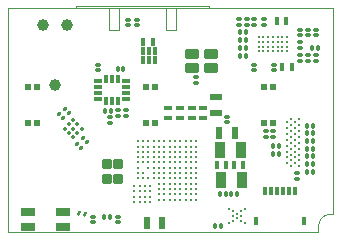
<source format=gbr>
%TF.GenerationSoftware,KiCad,Pcbnew,7.0.10*%
%TF.CreationDate,2024-02-22T14:43:34-08:00*%
%TF.ProjectId,beeper-design,62656570-6572-42d6-9465-7369676e2e6b,rev?*%
%TF.SameCoordinates,Original*%
%TF.FileFunction,Soldermask,Top*%
%TF.FilePolarity,Negative*%
%FSLAX46Y46*%
G04 Gerber Fmt 4.6, Leading zero omitted, Abs format (unit mm)*
G04 Created by KiCad (PCBNEW 7.0.10) date 2024-02-22 14:43:34*
%MOMM*%
%LPD*%
G01*
G04 APERTURE LIST*
G04 Aperture macros list*
%AMRoundRect*
0 Rectangle with rounded corners*
0 $1 Rounding radius*
0 $2 $3 $4 $5 $6 $7 $8 $9 X,Y pos of 4 corners*
0 Add a 4 corners polygon primitive as box body*
4,1,4,$2,$3,$4,$5,$6,$7,$8,$9,$2,$3,0*
0 Add four circle primitives for the rounded corners*
1,1,$1+$1,$2,$3*
1,1,$1+$1,$4,$5*
1,1,$1+$1,$6,$7*
1,1,$1+$1,$8,$9*
0 Add four rect primitives between the rounded corners*
20,1,$1+$1,$2,$3,$4,$5,0*
20,1,$1+$1,$4,$5,$6,$7,0*
20,1,$1+$1,$6,$7,$8,$9,0*
20,1,$1+$1,$8,$9,$2,$3,0*%
G04 Aperture macros list end*
%ADD10RoundRect,0.050000X-0.206066X0.475000X-0.206066X-0.475000X0.206066X-0.475000X0.206066X0.475000X0*%
%ADD11RoundRect,0.050000X0.165000X0.079155X-0.165000X0.079155X-0.165000X-0.079155X0.165000X-0.079155X0*%
%ADD12RoundRect,0.050000X-0.079155X0.165000X-0.079155X-0.165000X0.079155X-0.165000X0.079155X0.165000X0*%
%ADD13RoundRect,0.050000X-0.060702X-0.172644X0.172644X0.060702X0.060702X0.172644X-0.172644X-0.060702X0*%
%ADD14RoundRect,0.050000X-0.475000X-0.206066X0.475000X-0.206066X0.475000X0.206066X-0.475000X0.206066X0*%
%ADD15R,0.300000X0.800000*%
%ADD16R,0.400000X0.800000*%
%ADD17RoundRect,0.050000X-0.140139X0.300000X-0.140139X-0.300000X0.140139X-0.300000X0.140139X0.300000X0*%
%ADD18RoundRect,0.050000X-0.165000X-0.079155X0.165000X-0.079155X0.165000X0.079155X-0.165000X0.079155X0*%
%ADD19RoundRect,0.050000X0.079155X-0.165000X0.079155X0.165000X-0.079155X0.165000X-0.079155X-0.165000X0*%
%ADD20C,0.250000*%
%ADD21C,0.340000*%
%ADD22RoundRect,0.051000X0.225000X-0.225000X0.225000X0.225000X-0.225000X0.225000X-0.225000X-0.225000X0*%
%ADD23RoundRect,0.050000X-0.300000X-0.140139X0.300000X-0.140139X0.300000X0.140139X-0.300000X0.140139X0*%
%ADD24RoundRect,0.051000X0.250000X0.140000X-0.250000X0.140000X-0.250000X-0.140000X0.250000X-0.140000X0*%
%ADD25RoundRect,0.051000X0.140000X0.250000X-0.140000X0.250000X-0.140000X-0.250000X0.140000X-0.250000X0*%
%ADD26RoundRect,0.050000X0.206066X-0.475000X0.206066X0.475000X-0.206066X0.475000X-0.206066X-0.475000X0*%
%ADD27RoundRect,0.051000X-0.350000X0.375000X-0.350000X-0.375000X0.350000X-0.375000X0.350000X0.375000X0*%
%ADD28RoundRect,0.050800X-0.500000X-0.300000X0.500000X-0.300000X0.500000X0.300000X-0.500000X0.300000X0*%
%ADD29C,0.212500*%
%ADD30RoundRect,0.050000X-0.355277X0.650000X-0.355277X-0.650000X0.355277X-0.650000X0.355277X0.650000X0*%
%ADD31C,0.260000*%
%ADD32C,0.210000*%
%ADD33RoundRect,0.051000X-0.150000X-0.260000X0.150000X-0.260000X0.150000X0.260000X-0.150000X0.260000X0*%
%ADD34RoundRect,0.050000X-0.033753X0.179865X-0.119163X-0.138891X0.033753X-0.179865X0.119163X0.138891X0*%
%ADD35RoundRect,0.050000X0.060702X0.172644X-0.172644X-0.060702X-0.060702X-0.172644X0.172644X0.060702X0*%
%ADD36RoundRect,0.051000X0.500000X0.360000X-0.500000X0.360000X-0.500000X-0.360000X0.500000X-0.360000X0*%
%ADD37C,0.991000*%
%TA.AperFunction,Profile*%
%ADD38C,0.050000*%
%TD*%
G04 APERTURE END LIST*
D10*
%TO.C,C2*%
X144930904Y-109093453D03*
X143593036Y-109093453D03*
%TD*%
D11*
%TO.C,C10*%
X141613456Y-104852764D03*
X141613456Y-104381074D03*
%TD*%
D12*
%TO.C,C43*%
X135487414Y-103681760D03*
X135015724Y-103681760D03*
%TD*%
D13*
%TO.C,R16*%
X131579079Y-110019127D03*
X131912615Y-110352663D03*
%TD*%
D14*
%TO.C,C1*%
X143301515Y-106064316D03*
X143301515Y-107402184D03*
%TD*%
D11*
%TO.C,R7*%
X147354287Y-99935917D03*
X147354287Y-99464227D03*
%TD*%
D15*
%TO.C,U5*%
X147500000Y-114050000D03*
X148000000Y-114050000D03*
X148500000Y-114050000D03*
X149000000Y-114050000D03*
X149500000Y-114050000D03*
X150000000Y-114050000D03*
D16*
X146750000Y-116550000D03*
X150750000Y-116550000D03*
%TD*%
D17*
%TO.C,C23*%
X149268340Y-99656593D03*
X148448618Y-99656593D03*
%TD*%
D11*
%TO.C,C16*%
X151108026Y-100837884D03*
X151108026Y-100366194D03*
%TD*%
%TO.C,C17*%
X151773372Y-102528252D03*
X151773372Y-102999942D03*
%TD*%
D12*
%TO.C,C37*%
X151519801Y-112391422D03*
X151048111Y-112391422D03*
%TD*%
D18*
%TO.C,C50*%
X132922454Y-116216124D03*
X132922454Y-116687814D03*
%TD*%
D17*
%TO.C,C25*%
X138002346Y-101370126D03*
X137182624Y-101370126D03*
%TD*%
D19*
%TO.C,C27*%
X148146998Y-110879259D03*
X148618688Y-110879259D03*
%TD*%
D12*
%TO.C,R5*%
X145865604Y-102593098D03*
X145393914Y-102593098D03*
%TD*%
D18*
%TO.C,R9*%
X135696833Y-107189798D03*
X135696833Y-107661488D03*
%TD*%
D12*
%TO.C,C26*%
X151519801Y-111748167D03*
X151048111Y-111748167D03*
%TD*%
%TO.C,C39*%
X151515723Y-109809374D03*
X151044033Y-109809374D03*
%TD*%
%TO.C,R15*%
X134398339Y-107220038D03*
X133926649Y-107220038D03*
%TD*%
D20*
%TO.C,U2*%
X144404416Y-116737360D03*
X145804416Y-116737360D03*
X144754416Y-116537360D03*
X145454416Y-116537360D03*
X145104416Y-116337360D03*
X144754416Y-116137360D03*
X145454416Y-116137360D03*
X145104416Y-115937360D03*
X144754416Y-115737360D03*
X145454416Y-115737360D03*
X144404416Y-115537360D03*
X145804416Y-115537360D03*
%TD*%
D21*
%TO.C,U12*%
X131946022Y-108739668D03*
X131592468Y-109093221D03*
X131238915Y-109446775D03*
X131592468Y-108386115D03*
X131238915Y-108739668D03*
X130885362Y-109093221D03*
X131238915Y-108032561D03*
X130885362Y-108386115D03*
X130531808Y-108739668D03*
%TD*%
D18*
%TO.C,L1*%
X144252044Y-107742362D03*
X144252044Y-108214052D03*
%TD*%
D22*
%TO.C,U14*%
X127420500Y-108250000D03*
X128179500Y-108250000D03*
X127420500Y-105250000D03*
X128179500Y-105250000D03*
%TD*%
D18*
%TO.C,C36*%
X135843498Y-99535865D03*
X135843498Y-100007555D03*
%TD*%
D23*
%TO.C,C12*%
X142201574Y-107004767D03*
X142201574Y-107824489D03*
%TD*%
D12*
%TO.C,R11*%
X134318982Y-116221026D03*
X133847292Y-116221026D03*
%TD*%
D24*
%TO.C,U9*%
X135676203Y-106220391D03*
X135676203Y-105719391D03*
X135676203Y-105220391D03*
X135676203Y-104719391D03*
D25*
X135001203Y-104544891D03*
X134501203Y-104544891D03*
X134001203Y-104544891D03*
D24*
X133326203Y-104719391D03*
X133326203Y-105220391D03*
X133326203Y-105719391D03*
X133326203Y-106220391D03*
D25*
X134001203Y-106394391D03*
X134501203Y-106394391D03*
X135001203Y-106394791D03*
%TD*%
D18*
%TO.C,C15*%
X151108765Y-102528252D03*
X151108765Y-102999942D03*
%TD*%
%TO.C,C21*%
X150444158Y-101441691D03*
X150444158Y-101913381D03*
%TD*%
D19*
%TO.C,C32*%
X148146998Y-110241780D03*
X148618688Y-110241780D03*
%TD*%
D17*
%TO.C,L2*%
X143366487Y-111818502D03*
X144186209Y-111818502D03*
%TD*%
D12*
%TO.C,R20*%
X145865604Y-101926189D03*
X145393914Y-101926189D03*
%TD*%
D18*
%TO.C,R4*%
X146572832Y-99469576D03*
X146572832Y-99941266D03*
%TD*%
%TO.C,C18*%
X151771895Y-100837884D03*
X151771895Y-100366194D03*
%TD*%
D22*
%TO.C,U16*%
X147420500Y-108250000D03*
X148179500Y-108250000D03*
X147420500Y-105250000D03*
X148179500Y-105250000D03*
%TD*%
D12*
%TO.C,R21*%
X145865604Y-101259280D03*
X145393914Y-101259280D03*
%TD*%
D26*
%TO.C,C3*%
X137443867Y-116709377D03*
X138781735Y-116709377D03*
%TD*%
D18*
%TO.C,R14*%
X135016650Y-107189798D03*
X135016650Y-107661488D03*
%TD*%
%TO.C,C42*%
X133318088Y-103317715D03*
X133318088Y-103789405D03*
%TD*%
D19*
%TO.C,C13*%
X143278472Y-116992882D03*
X143750162Y-116992882D03*
%TD*%
D11*
%TO.C,C14*%
X148207021Y-103798200D03*
X148207021Y-103326510D03*
%TD*%
D27*
%TO.C,XTAL1*%
X134084739Y-111731155D03*
X134085739Y-113031155D03*
X134985739Y-113031155D03*
X134984739Y-111731155D03*
%TD*%
D18*
%TO.C,R18*%
X136608597Y-99540346D03*
X136608597Y-100012036D03*
%TD*%
%TO.C,C19*%
X150444158Y-102528252D03*
X150444158Y-102999942D03*
%TD*%
D12*
%TO.C,C28*%
X151515723Y-108500601D03*
X151044033Y-108500601D03*
%TD*%
%TO.C,R3*%
X145865604Y-100592371D03*
X145393914Y-100592371D03*
%TD*%
D28*
%TO.C,U17*%
X130401127Y-115762070D03*
X127401127Y-115762070D03*
X127401127Y-117062070D03*
X130401127Y-117062070D03*
%TD*%
D12*
%TO.C,C29*%
X151523878Y-111102622D03*
X151052188Y-111102622D03*
%TD*%
D29*
%TO.C,U3*%
X149341927Y-101008825D03*
X149341927Y-101408825D03*
X149341927Y-101808825D03*
X149341927Y-102208825D03*
X148941927Y-101008825D03*
X148941927Y-101408825D03*
X148941927Y-101808825D03*
X148941927Y-102208825D03*
X148541927Y-101008825D03*
X148541927Y-101408825D03*
X148541927Y-101808825D03*
X148541927Y-102208825D03*
X148141927Y-101008825D03*
X148141927Y-101408825D03*
X148141927Y-101808825D03*
X148141927Y-102208825D03*
X147741927Y-101008825D03*
X147741927Y-101408825D03*
X147741927Y-101808825D03*
X147741927Y-102208825D03*
X147341927Y-101008825D03*
X147341927Y-101408825D03*
X147341927Y-101808825D03*
X147341927Y-102208825D03*
X146941927Y-101008825D03*
X146941927Y-101408825D03*
X146941927Y-101808825D03*
X146941927Y-102208825D03*
%TD*%
D11*
%TO.C,R13*%
X147537573Y-109447071D03*
X147537573Y-108975381D03*
%TD*%
D18*
%TO.C,R8*%
X146560594Y-103328558D03*
X146560594Y-103800248D03*
%TD*%
D17*
%TO.C,C11*%
X145628800Y-111798039D03*
X144809078Y-111798039D03*
%TD*%
%TO.C,C24*%
X149725363Y-103556407D03*
X148905641Y-103556407D03*
%TD*%
D11*
%TO.C,C20*%
X150444158Y-100837884D03*
X150444158Y-100366194D03*
%TD*%
D12*
%TO.C,C30*%
X151519801Y-110450801D03*
X151048111Y-110450801D03*
%TD*%
D19*
%TO.C,R1*%
X144615208Y-114253566D03*
X145086898Y-114253566D03*
%TD*%
D30*
%TO.C,C6*%
X145510417Y-113119247D03*
X143720973Y-113119247D03*
%TD*%
D31*
%TO.C,U4*%
X150315097Y-107938575D03*
X150315097Y-108438575D03*
X150315097Y-108938575D03*
X150315097Y-109438575D03*
X150315097Y-109938575D03*
X150315097Y-110438575D03*
X150315097Y-110938575D03*
X150315097Y-111438575D03*
X150315097Y-111938575D03*
X149975097Y-108188575D03*
X149975097Y-108688575D03*
X149975097Y-109188575D03*
X149975097Y-109688575D03*
X149975097Y-110188575D03*
X149975097Y-110688575D03*
X149975097Y-111188575D03*
X149975097Y-111688575D03*
X149635097Y-107938575D03*
X149635097Y-108438575D03*
X149635097Y-108938575D03*
X149635097Y-109438575D03*
X149635097Y-109938575D03*
X149635097Y-110438575D03*
X149635097Y-110938575D03*
X149635097Y-111438575D03*
X149635097Y-111938575D03*
X149295097Y-108188575D03*
X149295097Y-108688575D03*
X149295097Y-109188575D03*
X149295097Y-109688575D03*
X149295097Y-110188575D03*
X149295097Y-110688575D03*
X149295097Y-111188575D03*
X149295097Y-111688575D03*
%TD*%
D13*
%TO.C,C48*%
X130048096Y-107545891D03*
X130381632Y-107879427D03*
%TD*%
D11*
%TO.C,R12*%
X148175605Y-109447071D03*
X148175605Y-108975381D03*
%TD*%
%TO.C,R2*%
X145925098Y-99941266D03*
X145925098Y-99469576D03*
%TD*%
D23*
%TO.C,C8*%
X141268060Y-107018251D03*
X141268060Y-107837973D03*
%TD*%
D30*
%TO.C,C4*%
X145435962Y-110530213D03*
X143646518Y-110530213D03*
%TD*%
D32*
%TO.C,U1*%
X141655165Y-114760086D03*
X141205165Y-114760086D03*
X140755165Y-114760086D03*
X140305165Y-114760086D03*
X139855165Y-114760086D03*
X139405165Y-114760086D03*
X138955165Y-114760086D03*
X138505165Y-114760086D03*
X137757665Y-114967586D03*
X137307665Y-114967586D03*
X136857665Y-114967586D03*
X136407665Y-114967586D03*
X141655165Y-114310086D03*
X141205165Y-114310086D03*
X140755165Y-114310086D03*
X140305165Y-114310086D03*
X139855165Y-114310086D03*
X139405165Y-114310086D03*
X138955165Y-114310086D03*
X138505165Y-114310086D03*
X137757665Y-114517586D03*
X137307665Y-114517586D03*
X136857665Y-114517586D03*
X136407665Y-114517586D03*
X141655165Y-113860086D03*
X141205165Y-113860086D03*
X140755165Y-113860086D03*
X140305165Y-113860086D03*
X139855165Y-113860086D03*
X139405165Y-113860086D03*
X138955165Y-113860086D03*
X138505165Y-113860086D03*
X137757665Y-114067586D03*
X137307665Y-114067586D03*
X136857665Y-114067586D03*
X136407665Y-114067586D03*
X141655165Y-113410086D03*
X141205165Y-113410086D03*
X140755165Y-113410086D03*
X140305165Y-113410086D03*
X139855165Y-113410086D03*
X139405165Y-113410086D03*
X138955165Y-113410086D03*
X138505165Y-113410086D03*
X137757665Y-113617586D03*
X137307665Y-113617586D03*
X136857665Y-113617586D03*
X136407665Y-113617586D03*
X141655165Y-112960086D03*
X141205165Y-112960086D03*
X140755165Y-112960086D03*
X140305165Y-112960086D03*
X139855165Y-112960086D03*
X139405165Y-112960086D03*
X138955165Y-112960086D03*
X138505165Y-112960086D03*
X138055165Y-112960086D03*
X137605165Y-112960086D03*
X137155165Y-112960086D03*
X136705165Y-112960086D03*
X141655165Y-112510086D03*
X141205165Y-112510086D03*
X140755165Y-112510086D03*
X140305165Y-112510086D03*
X139855165Y-112510086D03*
X139405165Y-112510086D03*
X138955165Y-112510086D03*
X138505165Y-112510086D03*
X138055165Y-112510086D03*
X137155165Y-112510086D03*
X136705165Y-112510086D03*
X141655165Y-112060086D03*
X141205165Y-112060086D03*
X140755165Y-112060086D03*
X140305165Y-112060086D03*
X139855165Y-112060086D03*
X139405165Y-112060086D03*
X138955165Y-112060086D03*
X138505165Y-112060086D03*
X138055165Y-112060086D03*
X137605165Y-112060086D03*
X136705165Y-112060086D03*
X141655165Y-111610086D03*
X141205165Y-111610086D03*
X140755165Y-111610086D03*
X140305165Y-111610086D03*
X139855165Y-111610086D03*
X139405165Y-111610086D03*
X138955165Y-111610086D03*
X138505165Y-111610086D03*
X138055165Y-111610086D03*
X137605165Y-111610086D03*
X137155165Y-111610086D03*
X136705165Y-111610086D03*
X141655165Y-111160086D03*
X141205165Y-111160086D03*
X140755165Y-111160086D03*
X140305165Y-111160086D03*
X139855165Y-111160086D03*
X139405165Y-111160086D03*
X138955165Y-111160086D03*
X138505165Y-111160086D03*
X138055165Y-111160086D03*
X137605165Y-111160086D03*
X137155165Y-111160086D03*
X136705165Y-111160086D03*
X141655165Y-110710086D03*
X141205165Y-110710086D03*
X140755165Y-110710086D03*
X140305165Y-110710086D03*
X139855165Y-110710086D03*
X139405165Y-110710086D03*
X138955165Y-110710086D03*
X138505165Y-110710086D03*
X138055165Y-110710086D03*
X137605165Y-110710086D03*
X137155165Y-110710086D03*
X136705165Y-110710086D03*
X141655165Y-110260086D03*
X141205165Y-110260086D03*
X140755165Y-110260086D03*
X140305165Y-110260086D03*
X139855165Y-110260086D03*
X139405165Y-110260086D03*
X138955165Y-110260086D03*
X138505165Y-110260086D03*
X138055165Y-110260086D03*
X137605165Y-110260086D03*
X137155165Y-110260086D03*
X136705165Y-110260086D03*
X141655165Y-109810086D03*
X141205165Y-109810086D03*
X140755165Y-109810086D03*
X140305165Y-109810086D03*
X139855165Y-109810086D03*
X139405165Y-109810086D03*
X138955165Y-109810086D03*
X138505165Y-109810086D03*
X138055165Y-109810086D03*
X137605165Y-109810086D03*
X137155165Y-109810086D03*
X136705165Y-109810086D03*
%TD*%
D18*
%TO.C,R10*%
X134327098Y-107773295D03*
X134327098Y-108244985D03*
%TD*%
D33*
%TO.C,U7*%
X137156635Y-102927286D03*
X137656635Y-102927286D03*
X138156635Y-102927286D03*
X138156635Y-102156286D03*
X137656635Y-102156286D03*
X137156635Y-102156286D03*
%TD*%
D34*
%TO.C,R19*%
X132197629Y-115982220D03*
X131742011Y-115860138D03*
%TD*%
D12*
%TO.C,C5*%
X144133019Y-114248787D03*
X143661329Y-114248787D03*
%TD*%
%TO.C,C31*%
X151515723Y-109154256D03*
X151044033Y-109154256D03*
%TD*%
D18*
%TO.C,R6*%
X145277363Y-99469576D03*
X145277363Y-99941266D03*
%TD*%
%TO.C,C49*%
X135053591Y-116217310D03*
X135053591Y-116689000D03*
%TD*%
D12*
%TO.C,C22*%
X151928724Y-101950659D03*
X151457034Y-101950659D03*
%TD*%
D35*
%TO.C,R17*%
X130847532Y-107413527D03*
X130513996Y-107079991D03*
%TD*%
D11*
%TO.C,C38*%
X150181490Y-112983088D03*
X150181490Y-112511398D03*
%TD*%
D23*
%TO.C,C9*%
X140261103Y-107018251D03*
X140261103Y-107837973D03*
%TD*%
%TO.C,C7*%
X139254147Y-107018251D03*
X139254147Y-107837973D03*
%TD*%
D22*
%TO.C,U15*%
X137420500Y-108250000D03*
X138179500Y-108250000D03*
X137420500Y-105250000D03*
X138179500Y-105250000D03*
%TD*%
D35*
%TO.C,C47*%
X132379626Y-109878333D03*
X132046090Y-109544797D03*
%TD*%
D36*
%TO.C,D1*%
X142897328Y-103637321D03*
X141297328Y-103637321D03*
X141297328Y-102457321D03*
X142897328Y-102457321D03*
%TD*%
D37*
%TO.C,J1*%
X130682393Y-100005525D03*
X128650393Y-100005525D03*
X129666393Y-105085525D03*
%TD*%
D38*
X134301369Y-98513144D02*
X134301369Y-100393144D01*
X139051369Y-100393144D02*
X139901369Y-100393144D01*
X125750000Y-117500000D02*
X125750000Y-98500000D01*
X152000000Y-117000000D02*
X152000000Y-117500000D01*
X139901369Y-98513144D02*
X142701369Y-98513144D01*
X152000000Y-117500000D02*
X125750000Y-117500000D01*
X139051369Y-98513144D02*
X139051369Y-100393144D01*
X139901369Y-100393144D02*
X139901369Y-98513144D01*
X153250000Y-116000000D02*
X153000000Y-116000000D01*
X125750000Y-98500000D02*
X153250000Y-98500000D01*
X134301369Y-100393144D02*
X135151369Y-100393144D01*
X131501369Y-98513144D02*
X134301369Y-98513144D01*
X153250000Y-98500000D02*
X153250000Y-116000000D01*
X135151369Y-100393144D02*
X135151369Y-98513144D01*
X135151369Y-98513144D02*
X139051369Y-98513144D01*
X131501369Y-98363144D02*
X131501369Y-98513144D01*
X142701369Y-98363144D02*
X131501369Y-98363144D01*
X142701369Y-98513144D02*
X142701369Y-98363144D01*
X153000000Y-116000000D02*
G75*
G03*
X152000000Y-117000000I0J-1000000D01*
G01*
M02*

</source>
